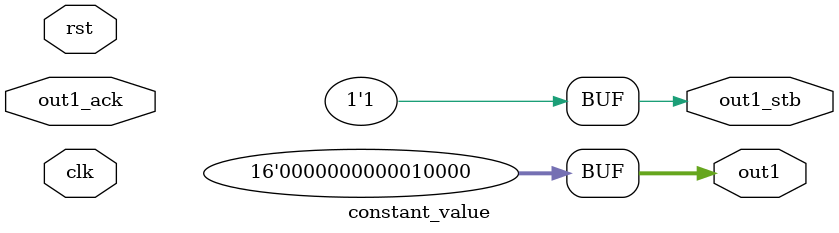
<source format=v>


module constant_value #(
    parameter bits=16,
    parameter value=16
  ) (
    input clk,
    input rst,
    
    output [bits-1:0] out1,
    output out1_stb,
    input out1_ack
  );

  assign out1 = value;
  assign out1_stb = 1'b1;

endmodule

</source>
